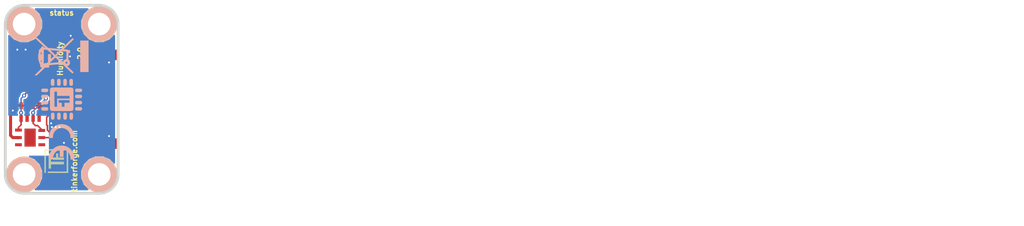
<source format=kicad_pcb>
(kicad_pcb (version 4) (host pcbnew 4.0.2+dfsg1-stable)
  (title_block (title "Humidity Bricklet") (date 2017-05-08) (rev 2.0) (company "Tinkerforge GmbH") (comment 1 "Licensed under CERN OHL v.1.1") (comment 2 "Copyright (©) 2017, B.Nordmeyer <bastian@tinkerforge.com>"))
  (layers (0 F.Cu signal) (31 B.Cu signal hide) (34 B.Paste user) (35 F.Paste user) (36 B.SilkS user) (37 F.SilkS user) (38 B.Mask user) (39 F.Mask user) (44 Edge.Cuts user))
  (net 0 "")
  (net 1 GND)
  (net 2 VCC)
  (net 3 "Net-(D101-Pad2)")
  (net 4 "Net-(P101-Pad4)")
  (net 5 "Net-(P101-Pad5)")
  (net 6 "Net-(P101-Pad6)")
  (net 7 "Net-(C102-Pad2)")
  (net 8 "Net-(R101-Pad1)")
  (net 9 SDA)
  (net 10 SCL)
  (net 11 S-MISO)
  (net 12 S-CS)
  (net 13 S-CLK)
  (net 14 S-MOSI)
  (net 15 "Net-(P102-Pad1)")
  (net 16 "Net-(P103-Pad2)")
  (net 17 +5V)
  (net 18 "Net-(RP102-Pad6)")
  (net 19 "Net-(RP102-Pad8)")
  (net 20 "Net-(U101-Pad2)")
  (net 21 "Net-(U101-Pad3)")
  (net 22 "Net-(U101-Pad5)")
  (net 23 "Net-(U101-Pad6)")
  (net 24 "Net-(U101-Pad8)")
  (net 25 "Net-(U101-Pad11)")
  (net 26 "Net-(U101-Pad12)")
  (net 27 "Net-(U101-Pad13)")
  (net 28 "Net-(U101-Pad14)")
  (net 29 "Net-(U101-Pad16)")
  (net 30 "Net-(U101-Pad18)")
  (net 31 "Net-(U101-Pad20)")
  (net 32 "Net-(U101-Pad21)")
  (net 33 "Net-(U102-Pad3)")
  (net 34 "Net-(U102-Pad4)")
  (module 0603X4 (layer F.Cu) (at 143.4 142.7)
    (fp_text reference RP102)
    (fp_text value 4k7)
    (pad 1 smd rect (at 1.19888 -0.8509) (size 0.44958 0.89916) (layers F.Cu F.Paste F.Mask) (net 2 VCC))
    (pad 2 smd rect (at 0.39878 -0.8509) (size 0.44958 0.89916) (layers F.Cu F.Paste F.Mask) (net 2 VCC))
    (pad 3 smd rect (at -0.39878 -0.8509) (size 0.44958 0.89916) (layers F.Cu F.Paste F.Mask) (net 2 VCC))
    (pad 4 smd rect (at -1.19888 -0.8509) (size 0.44958 0.89916) (layers F.Cu F.Paste F.Mask) (net 2 VCC))
    (pad 5 smd rect (at -1.19888 0.8509) (size 0.44958 0.89916) (layers F.Cu F.Paste F.Mask) (net 9 SDA))
    (pad 6 smd rect (at -0.39878 0.8509) (size 0.44958 0.89916) (layers F.Cu F.Paste F.Mask) (net 18 "Net-(RP102-Pad6)"))
    (pad 7 smd rect (at 0.39878 0.8509) (size 0.44958 0.89916) (layers F.Cu F.Paste F.Mask) (net 10 SCL))
    (pad 8 smd rect (at 1.19888 0.8509) (size 0.44958 0.89916) (layers F.Cu F.Paste F.Mask) (net 19 "Net-(RP102-Pad8)"))
  )
  (module C0603F (layer F.Cu) (at 147 143.2 90)
    (fp_text reference C103)
    (fp_text value 1uF)
    (pad 1 smd rect (at -0.75 0 90) (size 0.9 0.9) (layers F.Cu F.Paste F.Mask) (net 1 GND))
    (pad 2 smd rect (at 0.75 0 90) (size 0.9 0.9) (layers F.Cu F.Paste F.Mask) (net 2 VCC))
  )
  (module C0603F (layer F.Cu) (at 141.7 135.5 45)
    (fp_text reference C104)
    (fp_text value 100nF)
    (pad 1 smd rect (at -0.75 0 45) (size 0.9 0.9) (layers F.Cu F.Paste F.Mask) (net 2 VCC))
    (pad 2 smd rect (at 0.75 0 45) (size 0.9 0.9) (layers F.Cu F.Paste F.Mask) (net 1 GND))
  )
  (module C0603F (layer F.Cu) (at 147.2 146.1)
    (fp_text reference C105)
    (fp_text value 100nF)
    (pad 1 smd rect (at -0.75 0) (size 0.9 0.9) (layers F.Cu F.Paste F.Mask) (net 2 VCC))
    (pad 2 smd rect (at 0.75 0) (size 0.9 0.9) (layers F.Cu F.Paste F.Mask) (net 1 GND))
  )
  (module D0603E (layer F.Cu) (at 147.6 130.7)
    (fp_text reference D101)
    (fp_text value blue)
    (pad 1 smd rect (at -0.8501 0) (size 1.1 1) (layers F.Cu F.Paste F.Mask) (net 2 VCC))
    (pad 2 smd rect (at 0.8501 0) (size 1.1 1) (layers F.Cu F.Paste F.Mask) (net 3 "Net-(D101-Pad2)"))
  )
  (module R0603F (layer F.Cu) (at 145.95 133.3 45)
    (fp_text reference R101)
    (fp_text value 1k)
    (pad 1 smd rect (at -0.75 0 45) (size 0.9 0.9) (layers F.Cu F.Paste F.Mask) (net 8 "Net-(R101-Pad1)"))
    (pad 2 smd rect (at 0.75 0 45) (size 0.9 0.9) (layers F.Cu F.Paste F.Mask) (net 3 "Net-(D101-Pad2)"))
  )
  (module DRILL_NP (layer F.Cu) (at 152.6 131)
    (fp_text reference U103 hide)
    (fp_text value DRILL hide)
    (pad "" np_thru_hole circle (at 0 0) (size 2.99974 2.99974) (drill 2.99974) (layers *.Cu *.Mask F.SilkS) (clearance 0.89916))
  )
  (module DRILL_NP (layer F.Cu) (at 152.6 151)
    (fp_text reference U104 hide)
    (fp_text value DRILL hide)
    (pad "" np_thru_hole circle (at 0 0) (size 2.99974 2.99974) (drill 2.99974) (layers *.Cu *.Mask F.SilkS) (clearance 0.89916))
  )
  (module DRILL_NP (layer F.Cu) (at 142.6 131)
    (fp_text reference U105 hide)
    (fp_text value DRILL hide)
    (pad "" np_thru_hole circle (at 0 0) (size 2.99974 2.99974) (drill 2.99974) (layers *.Cu *.Mask F.SilkS) (clearance 0.89916))
  )
  (module DRILL_NP (layer F.Cu) (at 142.6 151)
    (fp_text reference U106 hide)
    (fp_text value DRILL hide)
    (pad "" np_thru_hole circle (at 0 0) (size 2.99974 2.99974) (drill 2.99974) (layers *.Cu *.Mask F.SilkS) (clearance 0.89916))
  )
  (module C0402E (layer F.Cu) (at 148.7 136.6 270)
    (fp_text reference C102)
    (fp_text value TBD)
    (pad 1 smd rect (at -0.65 0 270) (size 0.7 0.9) (layers F.Cu F.Paste F.Mask) (net 1 GND))
    (pad 2 smd rect (at 0.65 0 270) (size 0.7 0.9) (layers F.Cu F.Paste F.Mask) (net 7 "Net-(C102-Pad2)"))
  )
  (module C0805 (layer F.Cu) (at 148.5 143.4 90)
    (fp_text reference C101)
    (fp_text value 10uF)
    (pad 1 smd rect (at -1.00076 0 90) (size 1.00076 1.24968) (layers F.Cu F.Paste F.Mask) (net 1 GND) (clearance 0.14986))
    (pad 2 smd rect (at 1.00076 0 90) (size 1.00076 1.24968) (layers F.Cu F.Paste F.Mask) (net 2 VCC) (clearance 0.14986))
  )
  (module kicad-libraries:Logo_31x31 (layer F.Cu) (at 145.3 150.8 90)
    (fp_text reference G*** hide)
    (fp_text value Logo_31x31 hide)
  )
  (module kicad-libraries:Logo_CoMCU (layer B.Cu) (at 147.6 141 270)
    (fp_text reference G*** hide)
    (fp_text value LOGO hide)
  )
  (module kicad-libraries:WEEE_7mm (layer B.Cu) (at 147.6 135.3 270)
    (fp_text reference G*** hide)
    (fp_text value LOGO hide)
  )
  (module kicad-libraries:CE_5mm (layer B.Cu) (at 147.6 146.7 270)
    (fp_text reference VAL hide)
    (fp_text value CE_5mm hide)
  )
  (module kicad-libraries:Fiducial_Mark (layer F.Cu) (at 147.6 152)
    (fp_text reference Fiducial_Mark hide)
    (fp_text value VAL** hide)
    (pad 1 smd circle (at 0 0) (size 1.00076 1.00076) (layers F.Cu F.Paste F.Mask) (clearance 0.65024))
  )
  (module kicad-libraries:Fiducial_Mark (layer F.Cu) (at 153.6 137.5)
    (fp_text reference Fiducial_Mark hide)
    (fp_text value VAL** hide)
    (pad 1 smd circle (at 0 0) (size 1.00076 1.00076) (layers F.Cu F.Paste F.Mask) (clearance 0.65024))
  )
  (module kicad-libraries:DEBUG_PAD (layer F.Cu) (at 141.5 140.1 270)
    (fp_text reference P102)
    (fp_text value DEBUG)
    (pad 1 smd circle (at 0 0 270) (size 0.7 0.7) (layers F.Cu F.Paste F.Mask) (net 15 "Net-(P102-Pad1)"))
  )
  (module kicad-libraries:SolderJumper (layer F.Cu) (at 148.8 133.6 270)
    (fp_text reference P103)
    (fp_text value BOOT)
    (pad 2 smd rect (at 0.55 0 270) (size 0.3 1.4) (layers F.Cu F.Mask) (net 16 "Net-(P103-Pad2)"))
    (pad 2 smd rect (at 0.15 0 270) (size 0.6 0.5) (layers F.Cu F.Mask) (net 16 "Net-(P103-Pad2)"))
    (pad 1 smd rect (at -0.5 0 270) (size 0.4 1.4) (layers F.Cu F.Mask) (net 1 GND))
    (pad 1 smd rect (at -0.225 0.55 270) (size 0.95 0.3) (layers F.Cu F.Mask) (net 1 GND))
    (pad 1 smd rect (at -0.225 -0.55 270) (size 0.95 0.3) (layers F.Cu F.Mask) (net 1 GND))
  )
  (module kicad-libraries:QFN24-4x4mm-0.5mm (layer F.Cu) (at 144.1 137.9 225)
    (fp_text reference U101)
    (fp_text value XMC1XXX24)
    (pad 1 smd oval (at -2.025 -1.25 225) (size 1 0.3) (layers F.Cu F.Paste F.Mask) (net 11 S-MISO))
    (pad 2 smd oval (at -2.025 -0.75 225) (size 1 0.3) (layers F.Cu F.Paste F.Mask) (net 20 "Net-(U101-Pad2)"))
    (pad 3 smd oval (at -2.025 -0.25 225) (size 1 0.3) (layers F.Cu F.Paste F.Mask) (net 21 "Net-(U101-Pad3)"))
    (pad 4 smd oval (at -2.025 0.25 225) (size 1 0.3) (layers F.Cu F.Paste F.Mask) (net 16 "Net-(P103-Pad2)"))
    (pad 5 smd oval (at -2.025 0.75 225) (size 1 0.3) (layers F.Cu F.Paste F.Mask) (net 22 "Net-(U101-Pad5)"))
    (pad 6 smd oval (at -2.025 1.25 225) (size 1 0.3) (layers F.Cu F.Paste F.Mask) (net 23 "Net-(U101-Pad6)"))
    (pad 7 smd oval (at -1.25 2.025 315) (size 1 0.3) (layers F.Cu F.Paste F.Mask) (net 8 "Net-(R101-Pad1)"))
    (pad 8 smd oval (at -0.75 2.025 315) (size 1 0.3) (layers F.Cu F.Paste F.Mask) (net 24 "Net-(U101-Pad8)"))
    (pad 9 smd oval (at -0.25 2.025 315) (size 1 0.3) (layers F.Cu F.Paste F.Mask) (net 1 GND))
    (pad 10 smd oval (at 0.25 2.025 315) (size 1 0.3) (layers F.Cu F.Paste F.Mask) (net 2 VCC))
    (pad 11 smd oval (at 0.75 2.025 315) (size 1 0.3) (layers F.Cu F.Paste F.Mask) (net 25 "Net-(U101-Pad11)"))
    (pad 12 smd oval (at 1.25 2.025 315) (size 1 0.3) (layers F.Cu F.Paste F.Mask) (net 26 "Net-(U101-Pad12)"))
    (pad 13 smd oval (at 2.025 1.25 225) (size 1 0.3) (layers F.Cu F.Paste F.Mask) (net 27 "Net-(U101-Pad13)"))
    (pad 14 smd oval (at 2.025 0.75 225) (size 1 0.3) (layers F.Cu F.Paste F.Mask) (net 28 "Net-(U101-Pad14)"))
    (pad 15 smd oval (at 2.025 0.25 225) (size 1 0.3) (layers F.Cu F.Paste F.Mask) (net 15 "Net-(P102-Pad1)"))
    (pad 16 smd oval (at 2.025 -0.25 225) (size 1 0.3) (layers F.Cu F.Paste F.Mask) (net 29 "Net-(U101-Pad16)"))
    (pad 17 smd oval (at 2.025 -0.75 225) (size 1 0.3) (layers F.Cu F.Paste F.Mask) (net 9 SDA))
    (pad 18 smd oval (at 2.025 -1.25 225) (size 1 0.3) (layers F.Cu F.Paste F.Mask) (net 30 "Net-(U101-Pad18)"))
    (pad 19 smd oval (at 1.25 -2.025 315) (size 1 0.3) (layers F.Cu F.Paste F.Mask) (net 10 SCL))
    (pad 20 smd oval (at 0.75 -2.025 315) (size 1 0.3) (layers F.Cu F.Paste F.Mask) (net 31 "Net-(U101-Pad20)"))
    (pad 21 smd oval (at 0.25 -2.025 315) (size 1 0.3) (layers F.Cu F.Paste F.Mask) (net 32 "Net-(U101-Pad21)"))
    (pad 22 smd oval (at -0.25 -2.025 315) (size 1 0.3) (layers F.Cu F.Paste F.Mask) (net 12 S-CS))
    (pad 23 smd oval (at -0.75 -2.025 315) (size 1 0.3) (layers F.Cu F.Paste F.Mask) (net 13 S-CLK))
    (pad 24 smd oval (at -1.25 -2.025 315) (size 1 0.3) (layers F.Cu F.Paste F.Mask) (net 14 S-MOSI))
    (pad EXP smd rect (at 0.65 0.65 225) (size 1.3 1.3) (layers F.Cu F.Paste F.Mask) (net 1 GND))
    (pad EXP smd rect (at 0.65 -0.65 225) (size 1.3 1.3) (layers F.Cu F.Paste F.Mask) (net 1 GND))
    (pad EXP smd rect (at -0.65 0.65 225) (size 1.3 1.3) (layers F.Cu F.Paste F.Mask) (net 1 GND))
    (pad EXP smd rect (at -0.65 -0.65 225) (size 1.3 1.3) (layers F.Cu F.Paste F.Mask) (net 1 GND))
  )
  (module CON-SENSOR2 (layer F.Cu) (at 155.1 141 90)
    (fp_text reference P101)
    (fp_text value CON-SENSOR2)
    (pad 1 smd rect (at -3.75 -4.6 90) (size 0.6 1.8) (layers F.Cu F.Paste F.Mask) (net 17 +5V))
    (pad 2 smd rect (at -2.5 -4.6 90) (size 0.6 1.8) (layers F.Cu F.Paste F.Mask) (net 1 GND))
    (pad EP smd rect (at -5.9 -1.2 90) (size 1.4 2.4) (layers F.Cu F.Paste F.Mask) (net 1 GND))
    (pad EP smd rect (at 5.9 -1.2 90) (size 1.4 2.4) (layers F.Cu F.Paste F.Mask) (net 1 GND))
    (pad 3 smd rect (at -1.25 -4.6 90) (size 0.6 1.8) (layers F.Cu F.Paste F.Mask) (net 2 VCC))
    (pad 4 smd rect (at 0 -4.6 90) (size 0.6 1.8) (layers F.Cu F.Paste F.Mask) (net 4 "Net-(P101-Pad4)"))
    (pad 5 smd rect (at 1.25 -4.6 90) (size 0.6 1.8) (layers F.Cu F.Paste F.Mask) (net 5 "Net-(P101-Pad5)"))
    (pad 6 smd rect (at 2.5 -4.6 90) (size 0.6 1.8) (layers F.Cu F.Paste F.Mask) (net 6 "Net-(P101-Pad6)"))
    (pad 7 smd rect (at 3.75 -4.6 90) (size 0.6 1.8) (layers F.Cu F.Paste F.Mask) (net 7 "Net-(C102-Pad2)"))
  )
  (module 4X0402 (layer F.Cu) (at 148.2 139.1 90)
    (fp_text reference RP101)
    (fp_text value TBD)
    (pad 1 smd rect (at -0.7493 0.575 270) (size 0.29972 0.65) (layers F.Cu F.Paste F.Mask) (net 4 "Net-(P101-Pad4)"))
    (pad 2 smd rect (at -0.24892 0.575 270) (size 0.29972 0.65) (layers F.Cu F.Paste F.Mask) (net 5 "Net-(P101-Pad5)"))
    (pad 3 smd rect (at 0.24892 0.575 270) (size 0.29972 0.65) (layers F.Cu F.Paste F.Mask) (net 6 "Net-(P101-Pad6)"))
    (pad 4 smd rect (at 0.7493 0.575 270) (size 0.29972 0.65) (layers F.Cu F.Paste F.Mask) (net 7 "Net-(C102-Pad2)"))
    (pad 5 smd rect (at 0.7493 -0.575 90) (size 0.29972 0.65) (layers F.Cu F.Paste F.Mask) (net 11 S-MISO))
    (pad 6 smd rect (at 0.24892 -0.575 90) (size 0.29972 0.65) (layers F.Cu F.Paste F.Mask) (net 14 S-MOSI))
    (pad 7 smd rect (at -0.24892 -0.575 90) (size 0.29972 0.65) (layers F.Cu F.Paste F.Mask) (net 13 S-CLK))
    (pad 8 smd rect (at -0.7493 -0.575 90) (size 0.29972 0.65) (layers F.Cu F.Paste F.Mask) (net 12 S-CS))
  )
  (module kicad-libraries:DFN6-30x30_humidity (layer F.Cu) (at 143.4 146.1 90)
    (fp_text reference U102)
    (fp_text value HDC1080)
    (pad 1 smd rect (at 1 -1.55 90) (size 0.4 0.9) (layers F.Cu F.Paste F.Mask) (net 9 SDA))
    (pad 2 smd rect (at 0 -1.55 90) (size 0.4 0.9) (layers F.Cu F.Paste F.Mask) (net 1 GND))
    (pad 3 smd rect (at -0.95 -1.55 90) (size 0.4 0.9) (layers F.Cu F.Paste F.Mask) (net 33 "Net-(U102-Pad3)"))
    (pad 4 smd rect (at -0.95 1.55 90) (size 0.4 0.9) (layers F.Cu F.Paste F.Mask) (net 34 "Net-(U102-Pad4)"))
    (pad 5 smd rect (at 0 1.55 90) (size 0.4 0.9) (layers F.Cu F.Paste F.Mask) (net 2 VCC))
    (pad 6 smd rect (at 0.95 1.55 90) (size 0.4 0.9) (layers F.Cu F.Paste F.Mask) (net 10 SCL))
    (pad EXP smd rect (at 0 0 90) (size 2.4 1.5) (layers F.Cu F.Paste F.Mask))
  )
  (gr_text 2.0 (at 150.1 134.9 90) (layer F.SilkS) (effects (font (size 0.7 0.7))))
  (gr_text status (at 147.6 129.5) (layer F.SilkS) (effects (font (size 0.7 0.7))))
  (gr_text Humidity (at 147.4 135.6 90) (layer F.SilkS) (effects (font (size 0.7 0.7))))
  (gr_text tinkerforge.com (at 149.3 149.2 90) (layer F.SilkS) (effects (font (size 0.7 0.7))))
  (gr_line (start 152.6 128.5) (end 142.6 128.5) (angle 90) (layer Edge.Cuts) (width 0.381))
  (gr_line (start 155.1 151) (end 155.1 131) (angle 90) (layer Edge.Cuts) (width 0.381))
  (gr_line (start 142.6 153.5) (end 152.6 153.5) (angle 90) (layer Edge.Cuts) (width 0.381))
  (gr_line (start 140.1 131) (end 140.1 151) (angle 90) (layer Edge.Cuts) (width 0.381))
  (gr_arc (start 142.6 131) (end 140.1 131) (angle 90) (layer Edge.Cuts) (width 0.381))
  (gr_arc (start 142.6 151) (end 142.6 153.5) (angle 90) (layer Edge.Cuts) (width 0.381))
  (gr_arc (start 152.6 151) (end 155.1 151) (angle 90) (layer Edge.Cuts) (width 0.381))
  (gr_arc (start 152.6 131) (end 152.6 128.5) (angle 90) (layer Edge.Cuts) (width 0.381))
  (segment (start 141.85 146.1) (end 141.1 146.1) (width 0.4) (layer F.Cu) (net 1))
  (via (at 141.1 142.5) (size 0.55) (drill 0.25) (layers F.Cu B.Cu) (net 1))
  (segment (start 140.8 142.8) (end 141.1 142.5) (width 0.4) (layer F.Cu) (net 1))
  (segment (start 140.8 145.8) (end 140.8 142.8) (width 0.4) (layer F.Cu) (net 1))
  (segment (start 141.1 146.1) (end 140.8 145.8) (width 0.4) (layer F.Cu) (net 1))
  (segment (start 147.95 146.1) (end 147.95 146.75) (width 0.4) (layer F.Cu) (net 1))
  (via (at 147.9 146.8) (size 0.55) (drill 0.25) (layers F.Cu B.Cu) (net 1))
  (segment (start 147.95 146.75) (end 147.9 146.8) (width 0.4) (layer F.Cu) (net 1))
  (segment (start 148.8 133.1) (end 149.35 133.1) (width 0.25) (layer F.Cu) (net 1))
  (segment (start 149.35 133.1) (end 149.35 133.4) (width 0.25) (layer F.Cu) (net 1))
  (segment (start 149.35 133.4) (end 149.35 133.375) (width 0.25) (layer F.Cu) (net 1))
  (segment (start 148.8 133.1) (end 148.25 133.1) (width 0.25) (layer F.Cu) (net 1))
  (segment (start 148.25 133.1) (end 148.25 133.4) (width 0.25) (layer F.Cu) (net 1))
  (segment (start 148.25 133.4) (end 148.25 133.375) (width 0.25) (layer F.Cu) (net 1))
  (segment (start 148.8 133.1) (end 148.8 132.55) (width 0.25) (layer F.Cu) (net 1))
  (via (at 148.8 132.55) (size 0.55) (drill 0.25) (layers F.Cu B.Cu) (net 1))
  (segment (start 142.23033 134.96967) (end 141.7 134.43934) (width 0.5) (layer F.Cu) (net 1))
  (via (at 141.7 134.4) (size 0.55) (drill 0.25) (layers F.Cu B.Cu) (net 1))
  (segment (start 141.7 134.43934) (end 141.7 134.4) (width 0.5) (layer F.Cu) (net 1))
  (segment (start 142.844885 136.291332) (end 143.534314 136.980761) (width 0.25) (layer F.Cu) (net 1))
  (segment (start 143.534314 136.980761) (end 144.1 136.980761) (width 0.25) (layer F.Cu) (net 1))
  (segment (start 144.1 136.980761) (end 143.180761 137.9) (width 0.25) (layer F.Cu) (net 1))
  (segment (start 144.1 138.819239) (end 143.180761 137.9) (width 0.25) (layer F.Cu) (net 1))
  (segment (start 145.019239 137.9) (end 144.1 136.980761) (width 0.25) (layer F.Cu) (net 1))
  (segment (start 142.23033 134.96967) (end 142.8 134.4) (width 0.5) (layer F.Cu) (net 1))
  (via (at 142.8 134.4) (size 0.55) (drill 0.25) (layers F.Cu B.Cu) (net 1))
  (segment (start 148.7 135.95) (end 148.7 135.3) (width 0.5) (layer F.Cu) (net 1))
  (via (at 148.7 135.3) (size 0.55) (drill 0.25) (layers F.Cu B.Cu) (net 1))
  (segment (start 153.9 135.1) (end 153.9 136.1) (width 0.5) (layer F.Cu) (net 1))
  (via (at 153.9 136.1) (size 0.55) (drill 0.25) (layers F.Cu B.Cu) (net 1))
  (segment (start 153.9 146.9) (end 153.9 145.9) (width 0.5) (layer F.Cu) (net 1))
  (via (at 153.9 145.9) (size 0.55) (drill 0.25) (layers F.Cu B.Cu) (net 1))
  (segment (start 148.5 144.40076) (end 147.90076 144.40076) (width 0.5) (layer F.Cu) (net 1))
  (segment (start 147.90076 144.40076) (end 147.45 143.95) (width 0.5) (layer F.Cu) (net 1))
  (segment (start 147.45 143.95) (end 147 143.95) (width 0.5) (layer F.Cu) (net 1))
  (segment (start 150.5 143.5) (end 149.9 143.5) (width 0.5) (layer F.Cu) (net 1))
  (segment (start 149.9 143.5) (end 148.99924 144.40076) (width 0.5) (layer F.Cu) (net 1))
  (segment (start 148.99924 144.40076) (end 148.5 144.40076) (width 0.5) (layer F.Cu) (net 1))
  (segment (start 147 143.95) (end 146.45 143.95) (width 0.5) (layer F.Cu) (net 1))
  (via (at 146.2 144.2) (size 0.55) (drill 0.25) (layers F.Cu B.Cu) (net 1))
  (segment (start 146.45 143.95) (end 146.2 144.2) (width 0.5) (layer F.Cu) (net 1))
  (segment (start 147 143.95) (end 146.95 143.95) (width 0.5) (layer F.Cu) (net 1))
  (segment (start 146.95 143.95) (end 146.3 144.6) (width 0.5) (layer F.Cu) (net 1))
  (via (at 146.3 144.7) (size 0.55) (drill 0.25) (layers F.Cu B.Cu) (net 1))
  (segment (start 146.3 144.6) (end 146.3 144.7) (width 0.5) (layer F.Cu) (net 1))
  (segment (start 147 143.95) (end 147 144.5) (width 0.5) (layer F.Cu) (net 1))
  (via (at 146.8 144.7) (size 0.55) (drill 0.25) (layers F.Cu B.Cu) (net 1))
  (segment (start 147 144.5) (end 146.8 144.7) (width 0.5) (layer F.Cu) (net 1))
  (segment (start 147 143.95) (end 147 144.4) (width 0.5) (layer F.Cu) (net 1))
  (segment (start 147 144.4) (end 147.3 144.7) (width 0.5) (layer F.Cu) (net 1))
  (via (at 147.3 144.7) (size 0.55) (drill 0.25) (layers F.Cu B.Cu) (net 1))
  (segment (start 142.844885 136.291332) (end 142.4 135.846447) (width 0.25) (layer F.Cu) (net 1))
  (segment (start 142.4 135.846447) (end 142.4 135.13934) (width 0.25) (layer F.Cu) (net 1))
  (segment (start 142.4 135.13934) (end 142.23033 134.96967) (width 0.25) (layer F.Cu) (net 1))
  (segment (start 146.45 146.1) (end 146.45 145.85) (width 0.2) (layer F.Cu) (net 2))
  (segment (start 146.45 145.85) (end 145.7 145.1) (width 0.2) (layer F.Cu) (net 2))
  (segment (start 145.6 143.4) (end 146.55 142.45) (width 0.2) (layer F.Cu) (net 2))
  (segment (start 145.6 144.4) (end 145.6 143.4) (width 0.2) (layer F.Cu) (net 2))
  (segment (start 145.7 144.5) (end 145.6 144.4) (width 0.2) (layer F.Cu) (net 2))
  (segment (start 145.7 145.1) (end 145.7 144.5) (width 0.2) (layer F.Cu) (net 2))
  (segment (start 146.55 142.45) (end 147 142.45) (width 0.2) (layer F.Cu) (net 2))
  (segment (start 142.20112 141.8491) (end 141.9491 141.8491) (width 0.25) (layer F.Cu) (net 2))
  (segment (start 140.8 136.4) (end 141.16967 136.03033) (width 0.25) (layer F.Cu) (net 2))
  (segment (start 140.8 139.5) (end 140.8 136.4) (width 0.25) (layer F.Cu) (net 2))
  (segment (start 140.8 140.7) (end 140.8 139.5) (width 0.25) (layer F.Cu) (net 2))
  (segment (start 141.9491 141.8491) (end 140.8 140.7) (width 0.25) (layer F.Cu) (net 2))
  (segment (start 143.00122 141.8491) (end 142.20112 141.8491) (width 0.25) (layer F.Cu) (net 2))
  (segment (start 143.79878 141.8491) (end 143.00122 141.8491) (width 0.25) (layer F.Cu) (net 2))
  (segment (start 144.59888 141.8491) (end 143.79878 141.8491) (width 0.25) (layer F.Cu) (net 2))
  (segment (start 147 142.45) (end 146.25 142.45) (width 0.25) (layer F.Cu) (net 2))
  (segment (start 145.6491 141.8491) (end 144.59888 141.8491) (width 0.25) (layer F.Cu) (net 2))
  (segment (start 146.25 142.45) (end 145.6491 141.8491) (width 0.25) (layer F.Cu) (net 2))
  (segment (start 144.95 146.1) (end 146.45 146.1) (width 0.2) (layer F.Cu) (net 2))
  (segment (start 147 142.45) (end 146.65 142.45) (width 0.25) (layer F.Cu) (net 2))
  (segment (start 146.7499 130.7) (end 146.7499 130.9501) (width 0.25) (layer F.Cu) (net 2))
  (segment (start 146.7499 130.9501) (end 143.95 133.75) (width 0.25) (layer F.Cu) (net 2))
  (segment (start 140.75 135.61066) (end 141.16967 136.03033) (width 0.25) (layer F.Cu) (net 2))
  (segment (start 140.75 134.45) (end 140.75 135.61066) (width 0.25) (layer F.Cu) (net 2))
  (segment (start 141.45 133.75) (end 140.75 134.45) (width 0.25) (layer F.Cu) (net 2))
  (segment (start 143.95 133.75) (end 141.45 133.75) (width 0.25) (layer F.Cu) (net 2))
  (segment (start 148.5 142.39924) (end 147.05076 142.39924) (width 0.5) (layer F.Cu) (net 2))
  (segment (start 147.05076 142.39924) (end 147 142.45) (width 0.5) (layer F.Cu) (net 2))
  (segment (start 150.5 142.25) (end 149.45 142.25) (width 0.5) (layer F.Cu) (net 2))
  (segment (start 149.30076 142.39924) (end 148.5 142.39924) (width 0.5) (layer F.Cu) (net 2))
  (segment (start 149.45 142.25) (end 149.30076 142.39924) (width 0.5) (layer F.Cu) (net 2))
  (segment (start 142.491332 136.644885) (end 142.046447 136.2) (width 0.25) (layer F.Cu) (net 2))
  (segment (start 142.046447 136.2) (end 141.33934 136.2) (width 0.25) (layer F.Cu) (net 2))
  (segment (start 141.33934 136.2) (end 141.16967 136.03033) (width 0.25) (layer F.Cu) (net 2))
  (segment (start 148.4501 130.7) (end 148.4501 130.7999) (width 0.25) (layer F.Cu) (net 3))
  (segment (start 148.4501 130.7999) (end 146.48033 132.76967) (width 0.25) (layer F.Cu) (net 3))
  (segment (start 148.35 130.8001) (end 148.4501 130.7) (width 0.25) (layer F.Cu) (net 3))
  (segment (start 148.775 139.8493) (end 148.9493 139.8493) (width 0.25) (layer F.Cu) (net 4))
  (segment (start 148.9493 139.8493) (end 149.2 140.1) (width 0.25) (layer F.Cu) (net 4))
  (segment (start 149.2 140.1) (end 149.2 140.5) (width 0.25) (layer F.Cu) (net 4))
  (segment (start 149.2 140.5) (end 149.7 141) (width 0.25) (layer F.Cu) (net 4))
  (segment (start 149.7 141) (end 150.5 141) (width 0.25) (layer F.Cu) (net 4))
  (segment (start 148.775 139.34892) (end 149.24892 139.34892) (width 0.25) (layer F.Cu) (net 5))
  (segment (start 149.24892 139.34892) (end 149.65 139.75) (width 0.25) (layer F.Cu) (net 5))
  (segment (start 149.65 139.75) (end 150.5 139.75) (width 0.25) (layer F.Cu) (net 5))
  (segment (start 148.775 138.85108) (end 149.24892 138.85108) (width 0.25) (layer F.Cu) (net 6))
  (segment (start 149.24892 138.85108) (end 149.6 138.5) (width 0.25) (layer F.Cu) (net 6))
  (segment (start 149.6 138.5) (end 150.5 138.5) (width 0.25) (layer F.Cu) (net 6))
  (segment (start 150.5 137.25) (end 148.7 137.25) (width 0.25) (layer F.Cu) (net 7))
  (segment (start 148.775 138.3507) (end 148.7 138.2757) (width 0.25) (layer F.Cu) (net 7))
  (segment (start 148.7 138.2757) (end 148.7 137.25) (width 0.25) (layer F.Cu) (net 7))
  (segment (start 143.551992 135.584225) (end 143.2 135.232233) (width 0.25) (layer F.Cu) (net 8))
  (segment (start 143.2 135.232233) (end 143.2 134.8) (width 0.25) (layer F.Cu) (net 8))
  (segment (start 143.2 134.8) (end 143.6 134.4) (width 0.25) (layer F.Cu) (net 8))
  (segment (start 143.6 134.4) (end 144.85 134.4) (width 0.25) (layer F.Cu) (net 8))
  (segment (start 144.85 134.4) (end 145.41967 133.83033) (width 0.25) (layer F.Cu) (net 8))
  (segment (start 142.2 142.8) (end 142.2 140.9) (width 0.2) (layer B.Cu) (net 9))
  (segment (start 142.20112 142.80112) (end 142.2 142.8) (width 0.2) (layer F.Cu) (net 9))
  (via (at 142.2 142.8) (size 0.55) (drill 0.25) (layers F.Cu B.Cu) (net 9))
  (segment (start 142.20112 143.5509) (end 142.20112 142.80112) (width 0.2) (layer F.Cu) (net 9))
  (segment (start 142.6 140.46066) (end 142.6 140.5) (width 0.2) (layer F.Cu) (net 9))
  (via (at 142.6 140.5) (size 0.55) (drill 0.25) (layers F.Cu B.Cu) (net 9))
  (segment (start 142.6 140.46066) (end 143.198439 139.862221) (width 0.2) (layer F.Cu) (net 9))
  (segment (start 142.2 140.9) (end 142.6 140.5) (width 0.2) (layer B.Cu) (net 9))
  (segment (start 141.85 145.1) (end 141.85 144.75) (width 0.2) (layer F.Cu) (net 9))
  (segment (start 142.20112 144.39888) (end 142.20112 143.5509) (width 0.2) (layer F.Cu) (net 9))
  (segment (start 141.85 144.75) (end 142.20112 144.39888) (width 0.2) (layer F.Cu) (net 9))
  (segment (start 145.5 140.9) (end 143.8 142.6) (width 0.2) (layer B.Cu) (net 10))
  (segment (start 143.8 142.6) (end 143.8 142.8) (width 0.2) (layer B.Cu) (net 10))
  (segment (start 143.79878 142.80122) (end 143.8 142.8) (width 0.2) (layer F.Cu) (net 10))
  (via (at 143.8 142.8) (size 0.55) (drill 0.25) (layers F.Cu B.Cu) (net 10))
  (segment (start 143.79878 143.5509) (end 143.79878 142.80122) (width 0.2) (layer F.Cu) (net 10))
  (segment (start 145.332233 140.9) (end 145.5 140.9) (width 0.2) (layer F.Cu) (net 10))
  (via (at 145.5 140.9) (size 0.55) (drill 0.25) (layers F.Cu B.Cu) (net 10))
  (segment (start 145.332233 140.9) (end 144.648008 140.215775) (width 0.2) (layer F.Cu) (net 10))
  (segment (start 144.95 145.15) (end 144.95 145.05) (width 0.2) (layer F.Cu) (net 10))
  (segment (start 144.95 145.05) (end 144.4 144.5) (width 0.2) (layer F.Cu) (net 10))
  (segment (start 144.4 144.5) (end 144.1 144.5) (width 0.2) (layer F.Cu) (net 10))
  (segment (start 144.1 144.5) (end 143.79878 144.19878) (width 0.2) (layer F.Cu) (net 10))
  (segment (start 143.79878 144.19878) (end 143.79878 143.5509) (width 0.2) (layer F.Cu) (net 10))
  (segment (start 146.415775 137.351992) (end 147.414483 138.3507) (width 0.25) (layer F.Cu) (net 11))
  (segment (start 147.414483 138.3507) (end 147.625 138.3507) (width 0.25) (layer F.Cu) (net 11))
  (segment (start 145.708668 139.155115) (end 146.402853 139.8493) (width 0.25) (layer F.Cu) (net 12))
  (segment (start 146.402853 139.8493) (end 147.625 139.8493) (width 0.25) (layer F.Cu) (net 12))
  (segment (start 146.062221 138.801561) (end 146.60958 139.34892) (width 0.25) (layer F.Cu) (net 13))
  (segment (start 146.60958 139.34892) (end 147.625 139.34892) (width 0.25) (layer F.Cu) (net 13))
  (segment (start 146.415775 138.448008) (end 146.818847 138.85108) (width 0.25) (layer F.Cu) (net 14))
  (segment (start 146.818847 138.85108) (end 147.625 138.85108) (width 0.25) (layer F.Cu) (net 14))
  (segment (start 142.491332 139.155115) (end 141.546447 140.1) (width 0.25) (layer F.Cu) (net 15))
  (segment (start 141.546447 140.1) (end 141.5 140.1) (width 0.25) (layer F.Cu) (net 15))
  (segment (start 148.8 133.75) (end 148.8 134.15) (width 0.25) (layer F.Cu) (net 16))
  (segment (start 148.8 134.35) (end 148.8 134.15) (width 0.25) (layer F.Cu) (net 16))
  (segment (start 148.4 134.75) (end 148.8 134.35) (width 0.25) (layer F.Cu) (net 16))
  (segment (start 146.896447 134.75) (end 148.4 134.75) (width 0.25) (layer F.Cu) (net 16))
  (segment (start 145.355115 136.291332) (end 146.896447 134.75) (width 0.25) (layer F.Cu) (net 16))
  (zone (net 1) (net_name GND) (layer B.Cu) (connect_pads yes (clearance 0.2)) (min_thickness 0.2) (fill yes (arc_segments 16) (thermal_gap 0.21) (thermal_bridge_width 0.21))
    (polygon (pts (xy 140.1 128.5) (xy 155.1 128.5) (xy 155.1 153.5) (xy 140.1 153.5)))
  )
  (zone (net 0) (net_name "") (layer B.Cu) (connect_pads (clearance 0.2)) (min_thickness 0.2)
    (keepout (tracks allowed) (vias allowed) (copperpour not_allowed))
    (fill (arc_segments 16) (thermal_gap 0.21) (thermal_bridge_width 0.21))
    (polygon (pts (xy 140.2 148.5) (xy 140.1 143.2) (xy 145.9 143.2) (xy 145.9 148.5)))
  )
)
</source>
